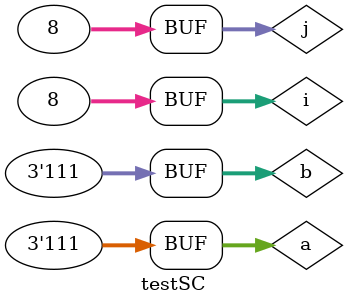
<source format=v>

module operadorMS ( s0, s1, a, b );
output s0, s1;
input a, b;
wire s2, s3, s4, s5, s6;

nand NAND1(s6, a, a);
nand NAND2(s5, b, b);
nand NAND3(s4, s5, s6);
nand NAND4(s3, a, b);
nand NAND5(s2, s3, s4);
nand NAND6(s0, s2);
nand NAND7(s1, s3);

endmodule


module operadorSC (s0,s1,a,b,c);
output s0,s1;
input a,b,c;
wire s2,s3,s4,s5,s6;

operadorMS MS1(s2,s3,a,b);
operadorMS MS2(s0,s4,s2,c);
nand NAND1(s5,s3,s3);
nand NAND2(s6,s4,s4); 
nand NAND3(s1,s5,s6);

endmodule


module SC3Bits (s,a,b);
output[3:0]s;
input[2:0]a,b;
wire[1:0]c;

operadorMS MD1(s[0],c[0],a[0],b[0]);
operadorSC SC1(s[1],c[1],a[1],b[1],c[0]);
operadorSC SC2(s[2],s[3],a[2],b[2],c[1]);

endmodule

module testSC;
reg[2:0]a,b;
wire[3:0]s;
integer i,j;

SC3Bits SC3B(s,a,b);

initial begin : start

a=0; b=0;

end

initial begin : main

#1 $display ( " Operador Soma Completa Com Portas NAND - 3 Bits " );
#1 $display ( "   a  +  b   =  s   " );
	$monitor ( " %3b  %3b  = %4b ",a,b,s);
	
	for ( i = 0; i < 8; i = i + 1)begin
	 a = i;
	for ( j = 0; j < 8; j = j + 1)begin
	#1 b = j;
	end
	end
				
end

endmodule

/*  Operador Soma Completa Com Portas NAND - 3 Bits 
       a  +  b   =  s   
     000  000  = 0000 
     000  001  = 0001 
     000  010  = 0010 
     000  011  = 0011 
     000  100  = 0100 
     000  101  = 0101 
     000  110  = 0110 
     001  111  = 1000 
     001  000  = 0001 
     001  001  = 0010 
     001  010  = 0011 
     001  011  = 0100 
     001  100  = 0101 
     001  101  = 0110 
     001  110  = 0111 
     010  111  = 1001 
     010  000  = 0010 
     010  001  = 0011 
     010  010  = 0100 
     010  011  = 0101 
     010  100  = 0110 
     010  101  = 0111 
     010  110  = 1000 
     011  111  = 1010 
     011  000  = 0011 
     011  001  = 0100 
     011  010  = 0101 
     011  011  = 0110 
     011  100  = 0111 
     011  101  = 1000 
     011  110  = 1001 
     100  111  = 1011 
     100  000  = 0100 
     100  001  = 0101 
     100  010  = 0110 
     100  011  = 0111 
     100  100  = 1000 
     100  101  = 1001 
     100  110  = 1010 
     101  111  = 1100 
     101  000  = 0101 
     101  001  = 0110 
     101  010  = 0111 
     101  011  = 1000 
     101  100  = 1001 
     101  101  = 1010 
     101  110  = 1011 
     110  111  = 1101 
     110  000  = 0110 
     110  001  = 0111 
     110  010  = 1000 
     110  011  = 1001 
     110  100  = 1010 
     110  101  = 1011 
     110  110  = 1100 
     111  111  = 1110 
     111  000  = 0111 
     111  001  = 1000 
     111  010  = 1001 
     111  011  = 1010 
     111  100  = 1011 
     111  101  = 1100 
     111  110  = 1101
 */
</source>
